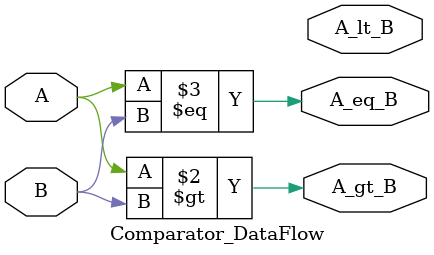
<source format=v>
`timescale 1ns / 1ps


module Comparator_DataFlow( A_lt_B, A_gt_B, A_eq_B, A, B);

input A, B;
output  A_lt_B, A_gt_B, A_eq_B;


// logic
assign A_ltB = A < B;
assign A_gt_B = A > B;
assign A_eq_B = A == B;


endmodule

</source>
